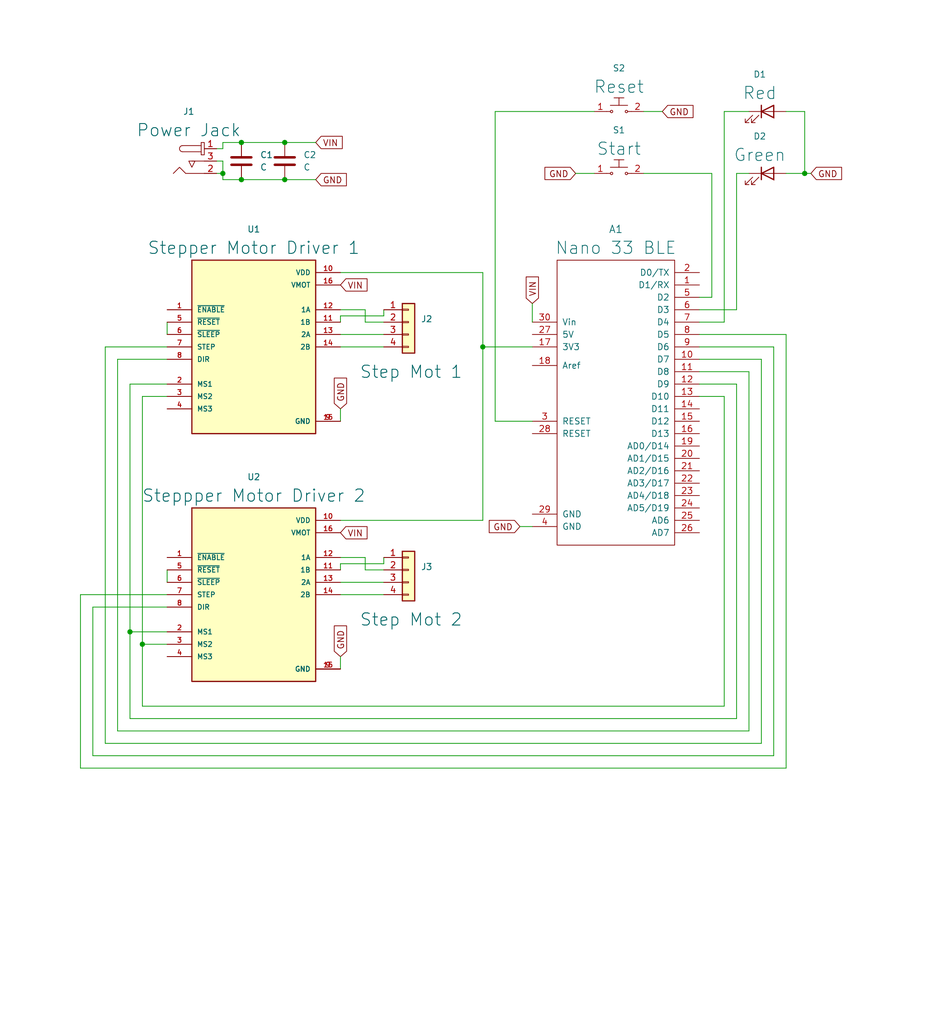
<source format=kicad_sch>
(kicad_sch (version 20211123) (generator eeschema)
  (paper "User" 189.992 210.007)
  (title_block (title "Segway Robot Motherboard") (date "2023-06-28"))
  (lib_symbols
    (symbol "A4988_STEPPER_MOTOR_DRIVER_CARRIER:A4988_STEPPER_MOTOR_DRIVER_CARRIER" (pin_names (offset 1.016))
      (property "Reference" "U" (at -12.7 19.05 0))
      (property "Value" "A4988_STEPPER_MOTOR_DRIVER_CARRIER" (at -12.7 -21.59 0))
      (symbol "A4988_STEPPER_MOTOR_DRIVER_CARRIER_0_0"
        (rectangle (start -12.7 -17.78) (end 12.7 17.78) (stroke (width 0.254)) (fill (type background)))
        (pin input line (at -17.78 7.62 0) (length 5.08) (name "~{ENABLE}") (number "1"))
        (pin power_in line (at 17.78 15.24 180) (length 5.08) (name "VDD") (number "10"))
        (pin output line (at 17.78 5.08 180) (length 5.08) (name "1B") (number "11"))
        (pin output line (at 17.78 7.62 180) (length 5.08) (name "1A") (number "12"))
        (pin output line (at 17.78 2.54 180) (length 5.08) (name "2A") (number "13"))
        (pin output line (at 17.78 0 180) (length 5.08) (name "2B") (number "14"))
        (pin power_in line (at 17.78 -15.24 180) (length 5.08) (name "GND") (number "15"))
        (pin power_in line (at 17.78 12.7 180) (length 5.08) (name "VMOT") (number "16"))
        (pin input line (at -17.78 -7.62 0) (length 5.08) (name "MS1") (number "2"))
        (pin input line (at -17.78 -10.16 0) (length 5.08) (name "MS2") (number "3"))
        (pin input line (at -17.78 -12.7 0) (length 5.08) (name "MS3") (number "4"))
        (pin input line (at -17.78 5.08 0) (length 5.08) (name "~{RESET}") (number "5"))
        (pin input line (at -17.78 2.54 0) (length 5.08) (name "~{SLEEP}") (number "6"))
        (pin input line (at -17.78 0 0) (length 5.08) (name "STEP") (number "7"))
        (pin input line (at -17.78 -2.54 0) (length 5.08) (name "DIR") (number "8"))
        (pin power_in line (at 17.78 -15.24 180) (length 5.08) (name "GND") (number "9"))
      )
    )
    (symbol "Connector_Generic:Conn_01x04" (pin_names (offset 1.016) hide)
      (property "Reference" "J" (at 0 5.08 0))
      (property "Value" "Conn_01x04" (at 0 -7.62 0))
      (symbol "Conn_01x04_1_1"
        (rectangle (start -1.27 -4.953) (end 0 -5.207) (stroke (width 0.1524)))
        (rectangle (start -1.27 -2.413) (end 0 -2.667) (stroke (width 0.1524)))
        (rectangle (start -1.27 0.127) (end 0 -0.127) (stroke (width 0.1524)))
        (rectangle (start -1.27 2.667) (end 0 2.413) (stroke (width 0.1524)))
        (rectangle (start -1.27 3.81) (end 1.27 -6.35) (stroke (width 0.254)) (fill (type background)))
        (pin passive line (at -5.08 2.54 0) (length 3.81) (name "Pin_1") (number "1"))
        (pin passive line (at -5.08 0 0) (length 3.81) (name "Pin_2") (number "2"))
        (pin passive line (at -5.08 -2.54 0) (length 3.81) (name "Pin_3") (number "3"))
        (pin passive line (at -5.08 -5.08 0) (length 3.81) (name "Pin_4") (number "4"))
      )
    )
    (symbol "Device:C" (pin_numbers hide) (pin_names (offset 0.254))
      (property "Reference" "C" (at 0.635 2.54 0))
      (property "Value" "C" (at 0.635 -2.54 0))
      (symbol "C_0_1"
        (polyline (pts (xy -2.032 -0.762) (xy 2.032 -0.762)) (stroke (width 0.508)))
        (polyline (pts (xy -2.032 0.762) (xy 2.032 0.762)) (stroke (width 0.508)))
      )
      (symbol "C_1_1"
        (pin passive line (at 0 3.81 270) (length 2.794) (name "~") (number "1"))
        (pin passive line (at 0 -3.81 90) (length 2.794) (name "~") (number "2"))
      )
    )
    (symbol "Device:LED" (pin_numbers hide) (pin_names (offset 1.016) hide)
      (property "Reference" "D" (at 0 2.54 0))
      (property "Value" "LED" (at 0 -2.54 0))
      (symbol "LED_0_1"
        (polyline (pts (xy -1.27 -1.27) (xy -1.27 1.27)) (stroke (width 0.254)))
        (polyline (pts (xy -1.27 0) (xy 1.27 0)))
        (polyline (pts (xy 1.27 -1.27) (xy 1.27 1.27) (xy -1.27 0) (xy 1.27 -1.27)) (stroke (width 0.254)))
        (polyline (pts (xy -3.048 -0.762) (xy -4.572 -2.286) (xy -3.81 -2.286) (xy -4.572 -2.286) (xy -4.572 -1.524)))
        (polyline (pts (xy -1.778 -0.762) (xy -3.302 -2.286) (xy -2.54 -2.286) (xy -3.302 -2.286) (xy -3.302 -1.524)))
      )
      (symbol "LED_1_1"
        (pin passive line (at -3.81 0 0) (length 2.54) (name "K") (number "1"))
        (pin passive line (at 3.81 0 180) (length 2.54) (name "A") (number "2"))
      )
    )
    (symbol "arduino_nano:Arduino_Nano" (pin_names (offset 1.016))
      (property "Reference" "A" (at 0 0 0))
      (property "Value" "Arduino_Nano" (at 0 3.81 0))
      (symbol "Arduino_Nano_0_1"
        (rectangle (start 12.7 29.21) (end -11.43 -29.21))
      )
      (symbol "Arduino_Nano_1_1"
        (pin bidirectional line (at 17.78 24.13 180) (length 5.08) (name "D1/RX") (number "1"))
        (pin bidirectional line (at 17.78 8.89 180) (length 5.08) (name "D7") (number "10"))
        (pin bidirectional line (at 17.78 6.35 180) (length 5.08) (name "D8") (number "11"))
        (pin bidirectional line (at 17.78 3.81 180) (length 5.08) (name "D9") (number "12"))
        (pin bidirectional line (at 17.78 1.27 180) (length 5.08) (name "D10") (number "13"))
        (pin bidirectional line (at 17.78 -1.27 180) (length 5.08) (name "D11") (number "14"))
        (pin bidirectional line (at 17.78 -3.81 180) (length 5.08) (name "D12") (number "15"))
        (pin bidirectional line (at 17.78 -6.35 180) (length 5.08) (name "D13") (number "16"))
        (pin power_in line (at -16.51 11.43 0) (length 5.08) (name "3V3") (number "17"))
        (pin passive line (at -16.51 7.62 0) (length 5.08) (name "Aref") (number "18"))
        (pin bidirectional line (at 17.78 -8.89 180) (length 5.08) (name "AD0/D14") (number "19"))
        (pin bidirectional line (at 17.78 26.67 180) (length 5.08) (name "D0/TX") (number "2"))
        (pin bidirectional line (at 17.78 -11.43 180) (length 5.08) (name "AD1/D15") (number "20"))
        (pin bidirectional line (at 17.78 -13.97 180) (length 5.08) (name "AD2/D16") (number "21"))
        (pin bidirectional line (at 17.78 -16.51 180) (length 5.08) (name "AD3/D17") (number "22"))
        (pin bidirectional line (at 17.78 -19.05 180) (length 5.08) (name "AD4/D18") (number "23"))
        (pin bidirectional line (at 17.78 -21.59 180) (length 5.08) (name "AD5/D19") (number "24"))
        (pin input line (at 17.78 -24.13 180) (length 5.08) (name "AD6") (number "25"))
        (pin input line (at 17.78 -26.67 180) (length 5.08) (name "AD7") (number "26"))
        (pin power_out line (at -16.51 13.97 0) (length 5.08) (name "5V") (number "27"))
        (pin input line (at -16.51 -6.35 0) (length 5.08) (name "RESET") (number "28"))
        (pin power_in line (at -16.51 -22.86 0) (length 5.08) (name "GND") (number "29"))
        (pin input line (at -16.51 -3.81 0) (length 5.08) (name "RESET") (number "3"))
        (pin power_in line (at -16.51 16.51 0) (length 5.08) (name "Vin") (number "30"))
        (pin power_in line (at -16.51 -25.4 0) (length 5.08) (name "GND") (number "4"))
        (pin bidirectional line (at 17.78 21.59 180) (length 5.08) (name "D2") (number "5"))
        (pin bidirectional line (at 17.78 19.05 180) (length 5.08) (name "D3") (number "6"))
        (pin bidirectional line (at 17.78 16.51 180) (length 5.08) (name "D4") (number "7"))
        (pin bidirectional line (at 17.78 13.97 180) (length 5.08) (name "D5") (number "8"))
        (pin bidirectional line (at 17.78 11.43 180) (length 5.08) (name "D6") (number "9"))
      )
    )
    (symbol "dk_Barrel-Power-Connectors:PJ-202A" (pin_names (offset 1.016))
      (property "Reference" "J" (at 0 2.54 0))
      (property "Value" "PJ-202A" (at 0 -6.35 0))
      (symbol "PJ-202A_1_1"
        (arc (start -4.445 0.635) (mid -5.08 0) (end -4.445 -0.635))
        (rectangle (start -0.635 1.27) (end 0 -1.27))
        (polyline (pts (xy -0.635 -0.635) (xy -4.445 -0.635)))
        (polyline (pts (xy -0.635 0.635) (xy -4.445 0.635)))
        (polyline (pts (xy 0 -2.54) (xy -1.27 -2.54) (xy -2.54 -2.54)))
        (polyline (pts (xy 0 -5.08) (xy -3.81 -5.08) (xy -5.08 -3.81) (xy -6.35 -5.08)))
        (polyline (pts (xy -2.54 -2.54) (xy -3.175 -2.54) (xy -2.54 -3.81) (xy -1.905 -2.54) (xy -2.54 -2.54)))
        (pin passive line (at 2.54 0 180) (length 2.54) (name "~") (number "1"))
        (pin passive line (at 2.54 -5.08 180) (length 2.54) (name "~") (number "2"))
        (pin passive line (at 2.54 -2.54 180) (length 2.54) (name "~") (number "3"))
      )
    )
    (symbol "dk_Pushbutton-Switches:GPTS203211B" (pin_names (offset 1.016))
      (property "Reference" "S" (at -3.81 3.81 0))
      (property "Value" "GPTS203211B" (at 0 -2.54 0))
      (symbol "GPTS203211B_0_1"
        (circle (center -1.524 0) (radius 0.254))
        (polyline (pts (xy -2.54 0) (xy -1.778 0)))
        (polyline (pts (xy -1.778 1.27) (xy 1.778 1.27)))
        (polyline (pts (xy -1.016 2.794) (xy 1.016 2.794)))
        (polyline (pts (xy 0 1.27) (xy 0 2.794)))
        (polyline (pts (xy 2.54 0) (xy 1.778 0)))
        (circle (center 1.524 0) (radius 0.254))
      )
      (symbol "GPTS203211B_1_1"
        (pin passive line (at -5.08 0 0) (length 2.54) (name "~") (number "1"))
        (pin passive line (at 5.08 0 180) (length 2.54) (name "~") (number "2"))
      )
    )
  )
  (junction (at 45.72 35.56))
  (junction (at 49.53 29.21))
  (junction (at 49.53 36.83))
  (junction (at 58.42 36.83))
  (junction (at 26.67 129.54))
  (junction (at 58.42 29.21))
  (junction (at 165.1 35.56))
  (junction (at 29.21 132.08))
  (junction (at 99.06 71.12))
  (wire (pts (xy 99.06 71.12) (xy 99.06 106.68)))
  (wire (pts (xy 34.29 129.54) (xy 26.67 129.54)))
  (wire (pts (xy 78.74 114.3) (xy 78.74 115.57)))
  (wire (pts (xy 161.29 68.58) (xy 143.51 68.58)))
  (wire (pts (xy 69.85 134.62) (xy 69.85 137.16)))
  (wire (pts (xy 69.85 115.57) (xy 78.74 115.57)))
  (wire (pts (xy 26.67 129.54) (xy 26.67 147.32)))
  (wire (pts (xy 34.29 66.04) (xy 34.29 68.58)))
  (wire (pts (xy 44.45 35.56) (xy 45.72 35.56)))
  (wire (pts (xy 44.45 33.02) (xy 45.72 33.02)))
  (wire (pts (xy 165.1 35.56) (xy 166.37 35.56)))
  (wire (pts (xy 21.59 71.12) (xy 21.59 152.4)))
  (wire (pts (xy 45.72 35.56) (xy 45.72 36.83)))
  (wire (pts (xy 34.29 78.74) (xy 26.67 78.74)))
  (wire (pts (xy 26.67 147.32) (xy 151.13 147.32)))
  (wire (pts (xy 151.13 63.5) (xy 143.51 63.5)))
  (wire (pts (xy 148.59 144.78) (xy 148.59 81.28)))
  (wire (pts (xy 58.42 36.83) (xy 64.77 36.83)))
  (wire (pts (xy 19.05 154.94) (xy 158.75 154.94)))
  (wire (pts (xy 99.06 55.88) (xy 99.06 71.12)))
  (wire (pts (xy 69.85 114.3) (xy 74.93 114.3)))
  (wire (pts (xy 34.29 81.28) (xy 29.21 81.28)))
  (wire (pts (xy 161.29 22.86) (xy 165.1 22.86)))
  (wire (pts (xy 69.85 68.58) (xy 78.74 68.58)))
  (wire (pts (xy 44.45 30.48) (xy 45.72 30.48)))
  (wire (pts (xy 69.85 66.04) (xy 69.85 64.77)))
  (wire (pts (xy 151.13 35.56) (xy 153.67 35.56)))
  (wire (pts (xy 118.11 35.56) (xy 121.92 35.56)))
  (wire (pts (xy 151.13 147.32) (xy 151.13 78.74)))
  (wire (pts (xy 34.29 124.46) (xy 19.05 124.46)))
  (wire (pts (xy 158.75 154.94) (xy 158.75 71.12)))
  (wire (pts (xy 69.85 106.68) (xy 99.06 106.68)))
  (wire (pts (xy 16.51 157.48) (xy 161.29 157.48)))
  (wire (pts (xy 101.6 86.36) (xy 101.6 22.86)))
  (wire (pts (xy 34.29 73.66) (xy 24.13 73.66)))
  (wire (pts (xy 151.13 78.74) (xy 143.51 78.74)))
  (wire (pts (xy 161.29 35.56) (xy 165.1 35.56)))
  (wire (pts (xy 148.59 81.28) (xy 143.51 81.28)))
  (wire (pts (xy 26.67 78.74) (xy 26.67 129.54)))
  (wire (pts (xy 161.29 157.48) (xy 161.29 68.58)))
  (wire (pts (xy 58.42 29.21) (xy 64.77 29.21)))
  (wire (pts (xy 69.85 116.84) (xy 69.85 115.57)))
  (wire (pts (xy 156.21 152.4) (xy 156.21 73.66)))
  (wire (pts (xy 148.59 22.86) (xy 148.59 66.04)))
  (wire (pts (xy 101.6 22.86) (xy 121.92 22.86)))
  (wire (pts (xy 109.22 62.23) (xy 109.22 66.04)))
  (wire (pts (xy 24.13 149.86) (xy 153.67 149.86)))
  (wire (pts (xy 151.13 35.56) (xy 151.13 63.5)))
  (wire (pts (xy 45.72 33.02) (xy 45.72 35.56)))
  (wire (pts (xy 69.85 83.82) (xy 69.85 86.36)))
  (wire (pts (xy 34.29 132.08) (xy 29.21 132.08)))
  (wire (pts (xy 148.59 22.86) (xy 153.67 22.86)))
  (wire (pts (xy 74.93 114.3) (xy 74.93 116.84)))
  (wire (pts (xy 153.67 149.86) (xy 153.67 76.2)))
  (wire (pts (xy 69.85 71.12) (xy 78.74 71.12)))
  (wire (pts (xy 99.06 71.12) (xy 109.22 71.12)))
  (wire (pts (xy 74.93 66.04) (xy 78.74 66.04)))
  (wire (pts (xy 45.72 36.83) (xy 49.53 36.83)))
  (wire (pts (xy 29.21 144.78) (xy 148.59 144.78)))
  (wire (pts (xy 146.05 60.96) (xy 146.05 35.56)))
  (wire (pts (xy 153.67 76.2) (xy 143.51 76.2)))
  (wire (pts (xy 49.53 29.21) (xy 58.42 29.21)))
  (wire (pts (xy 34.29 116.84) (xy 34.29 119.38)))
  (wire (pts (xy 69.85 63.5) (xy 74.93 63.5)))
  (wire (pts (xy 99.06 55.88) (xy 69.85 55.88)))
  (wire (pts (xy 78.74 64.77) (xy 78.74 63.5)))
  (wire (pts (xy 106.68 107.95) (xy 109.22 107.95)))
  (wire (pts (xy 21.59 152.4) (xy 156.21 152.4)))
  (wire (pts (xy 45.72 29.21) (xy 49.53 29.21)))
  (wire (pts (xy 69.85 119.38) (xy 78.74 119.38)))
  (wire (pts (xy 34.29 71.12) (xy 21.59 71.12)))
  (wire (pts (xy 146.05 35.56) (xy 132.08 35.56)))
  (wire (pts (xy 19.05 124.46) (xy 19.05 154.94)))
  (wire (pts (xy 16.51 121.92) (xy 16.51 157.48)))
  (wire (pts (xy 24.13 73.66) (xy 24.13 149.86)))
  (wire (pts (xy 148.59 66.04) (xy 143.51 66.04)))
  (wire (pts (xy 45.72 30.48) (xy 45.72 29.21)))
  (wire (pts (xy 158.75 71.12) (xy 143.51 71.12)))
  (wire (pts (xy 74.93 63.5) (xy 74.93 66.04)))
  (wire (pts (xy 29.21 132.08) (xy 29.21 144.78)))
  (wire (pts (xy 156.21 73.66) (xy 143.51 73.66)))
  (wire (pts (xy 49.53 36.83) (xy 58.42 36.83)))
  (wire (pts (xy 34.29 121.92) (xy 16.51 121.92)))
  (wire (pts (xy 69.85 64.77) (xy 78.74 64.77)))
  (wire (pts (xy 69.85 121.92) (xy 78.74 121.92)))
  (wire (pts (xy 132.08 22.86) (xy 135.89 22.86)))
  (wire (pts (xy 165.1 22.86) (xy 165.1 35.56)))
  (wire (pts (xy 101.6 86.36) (xy 109.22 86.36)))
  (wire (pts (xy 143.51 60.96) (xy 146.05 60.96)))
  (wire (pts (xy 29.21 81.28) (xy 29.21 132.08)))
  (wire (pts (xy 74.93 116.84) (xy 78.74 116.84)))
  (global_label "VIN" (shape input) (at 69.85 58.42 0) (property "Intersheet References" "${INTERSHEET_REFS}" (effects hide)))
  (global_label "GND" (shape input) (at 106.68 107.95 180) (property "Intersheet References" "${INTERSHEET_REFS}" (effects hide)))
  (global_label "GND" (shape input) (at 135.89 22.86 0) (property "Intersheet References" "${INTERSHEET_REFS}" (effects hide)))
  (global_label "GND" (shape input) (at 69.85 134.62 90) (property "Intersheet References" "${INTERSHEET_REFS}" (effects hide)))
  (global_label "GND" (shape input) (at 118.11 35.56 180) (property "Intersheet References" "${INTERSHEET_REFS}" (effects hide)))
  (global_label "GND" (shape input) (at 166.37 35.56 0) (property "Intersheet References" "${INTERSHEET_REFS}" (effects hide)))
  (global_label "VIN" (shape input) (at 69.85 109.22 0) (property "Intersheet References" "${INTERSHEET_REFS}" (effects hide)))
  (global_label "VIN" (shape input) (at 64.77 29.21 0) (property "Intersheet References" "${INTERSHEET_REFS}" (effects hide)))
  (global_label "GND" (shape input) (at 69.85 83.82 90) (property "Intersheet References" "${INTERSHEET_REFS}" (effects hide)))
  (global_label "VIN" (shape input) (at 109.22 62.23 90) (property "Intersheet References" "${INTERSHEET_REFS}" (effects hide)))
  (global_label "GND" (shape input) (at 64.77 36.83 0) (property "Intersheet References" "${INTERSHEET_REFS}" (effects hide)))
  (symbol (lib_id "Device:C") (at 49.53 33.02 0) (unit 1)
    (property "Reference" "C1" (at 53.34 31.7499 0) (effects (justify left)))
    (property "Value" "C" (at 53.34 34.2899 0) (effects (justify left)))
    (property "Footprint" "Capacitor_THT:C_Radial_D5.0mm_H11.0mm_P2.00mm" (effects hide))
  )
  (symbol (lib_id "A4988_STEPPER_MOTOR_DRIVER_CARRIER:A4988_STEPPER_MOTOR_DRIVER_CARRIER") (at 52.07 71.12 0) (unit 1)
    (property "Reference" "U1" (at 52.07 46.99 0))
    (property "Value" "Stepper Motor Driver 1" (at 52.07 50.8 0) (effects (font (size 2.5 2.5))))
    (property "Footprint" "Stepper Motor:MODULE_A4988_STEPPER_MOTOR_DRIVER_CARRIER" (effects hide))
    (property "PRICE" "None" (effects hide))
    (property "AVAILABILITY" "Unavailable" (effects hide))
    (property "PACKAGE" "None" (effects hide))
    (property "MP" "A4988 STEPPER MOTOR DRIVER CARRIER" (effects hide))
    (property "DESCRIPTION" "Stepper motor controler; IC: A4988; 1A; Uin mot: 8÷35V" (effects hide))
    (property "MF" "Pololu" (effects hide))
  )
  (symbol (lib_id "dk_Barrel-Power-Connectors:PJ-202A") (at 41.91 30.48 0) (unit 1)
    (property "Reference" "J1" (at 38.735 22.86 0))
    (property "Value" "Power Jack" (at 38.735 26.67 0) (effects (font (size 2.5 2.5))))
    (property "Footprint" "digikey-footprints:Barrel_Jack_5.5mmODx2.1mmID_PJ-202A" (effects hide))
    (property "Datasheet" "https://www.cui.com/product/resource/digikeypdf/pj-202a.pdf" (effects hide))
    (property "Digi-Key_PN" "CP-202A-ND" (effects hide))
    (property "MPN" "PJ-202A" (effects hide))
    (property "Category" "Connectors, Interconnects" (effects hide))
    (property "Family" "Barrel - Power Connectors" (effects hide))
    (property "DK_Datasheet_Link" "https://www.cui.com/product/resource/digikeypdf/pj-202a.pdf" (effects hide))
    (property "DK_Detail_Page" "/product-detail/en/cui-inc/PJ-202A/CP-202A-ND/252007" (effects hide))
    (property "Description" "CONN PWR JACK 2X5.5MM KINKED PIN" (effects hide))
    (property "Manufacturer" "CUI Inc." (effects hide))
    (property "Status" "Active" (effects hide))
  )
  (symbol (lib_id "arduino_nano:Arduino_Nano") (at 125.73 82.55 0) (unit 1)
    (property "Reference" "A1" (at 126.365 46.99 0) (effects (font (size 1.524 1.524))))
    (property "Value" "Nano 33 BLE" (at 126.365 50.8 0) (effects (font (size 2.5 2.5))))
    (property "Footprint" "Arduino Nano:arduino_nano" (effects hide))
  )
  (symbol (lib_id "Device:LED") (at 157.48 22.86 0) (unit 1)
    (property "Reference" "D1" (at 155.8925 15.24 0))
    (property "Value" "Red" (at 155.8925 19.05 0) (effects (font (size 2.5 2.5))))
    (property "Footprint" "LED_THT:LED_D3.0mm" (effects hide))
  )
  (symbol (lib_id "Connector_Generic:Conn_01x04") (at 83.82 66.04 0) (unit 1)
    (property "Reference" "J2" (at 86.36 65.4049 0) (effects (justify left)))
    (property "Value" "Step Mot 1" (at 73.66 76.2 0) (effects (font (size 2.5 2.5)) (justify left)))
    (property "Footprint" "Connector_PinHeader_2.54mm:PinHeader_1x04_P2.54mm_Vertical" (effects hide))
  )
  (symbol (lib_id "Connector_Generic:Conn_01x04") (at 83.82 116.84 0) (unit 1)
    (property "Reference" "J3" (at 86.36 116.2049 0) (effects (justify left)))
    (property "Value" "Step Mot 2" (at 73.66 127 0) (effects (font (size 2.5 2.5)) (justify left)))
    (property "Footprint" "Connector_PinHeader_2.54mm:PinHeader_1x04_P2.54mm_Vertical" (effects hide))
  )
  (symbol (lib_id "dk_Pushbutton-Switches:GPTS203211B") (at 127 35.56 0) (unit 1)
    (property "Reference" "S1" (at 127 26.67 0))
    (property "Value" "Start" (at 127 30.48 0) (effects (font (size 2.5 2.5))))
    (property "Footprint" "Button_Switch_THT:SW_PUSH_6mm" (effects hide))
    (property "Datasheet" "http://switches-connectors-custom.cwind.com/Asset/GPTS203211BR2.pdf" (effects hide))
    (property "Digi-Key_PN" "CW181-ND" (effects hide))
    (property "MPN" "GPTS203211B" (effects hide))
    (property "Category" "Switches" (effects hide))
    (property "Family" "Pushbutton Switches" (effects hide))
    (property "DK_Datasheet_Link" "http://switches-connectors-custom.cwind.com/Asset/GPTS203211BR2.pdf" (effects hide))
    (property "DK_Detail_Page" "/product-detail/en/cw-industries/GPTS203211B/CW181-ND/3190590" (effects hide))
    (property "Description" "SWITCH PUSHBUTTON SPST 1A 30V" (effects hide))
    (property "Manufacturer" "CW Industries" (effects hide))
    (property "Status" "Active" (effects hide))
  )
  (symbol (lib_id "Device:C") (at 58.42 33.02 0) (unit 1)
    (property "Reference" "C2" (at 62.23 31.7499 0) (effects (justify left)))
    (property "Value" "C" (at 62.23 34.2899 0) (effects (justify left)))
    (property "Footprint" "Capacitor_THT:C_Radial_D5.0mm_H11.0mm_P2.00mm" (effects hide))
  )
  (symbol (lib_id "A4988_STEPPER_MOTOR_DRIVER_CARRIER:A4988_STEPPER_MOTOR_DRIVER_CARRIER") (at 52.07 121.92 0) (unit 1)
    (property "Reference" "U2" (at 52.07 97.79 0))
    (property "Value" "Steppper Motor Driver 2" (at 52.07 101.6 0) (effects (font (size 2.5 2.5))))
    (property "Footprint" "Stepper Motor:MODULE_A4988_STEPPER_MOTOR_DRIVER_CARRIER" (effects hide))
    (property "PRICE" "None" (effects hide))
    (property "AVAILABILITY" "Unavailable" (effects hide))
    (property "PACKAGE" "None" (effects hide))
    (property "MP" "A4988 STEPPER MOTOR DRIVER CARRIER" (effects hide))
    (property "DESCRIPTION" "Stepper motor controler; IC: A4988; 1A; Uin mot: 8÷35V" (effects hide))
    (property "MF" "Pololu" (effects hide))
  )
  (symbol (lib_id "Device:LED") (at 157.48 35.56 0) (unit 1)
    (property "Reference" "D2" (at 155.8925 27.94 0))
    (property "Value" "Green" (at 155.8925 31.75 0) (effects (font (size 2.5 2.5))))
    (property "Footprint" "LED_THT:LED_D3.0mm" (effects hide))
  )
  (symbol (lib_id "dk_Pushbutton-Switches:GPTS203211B") (at 127 22.86 0) (unit 1)
    (property "Reference" "S2" (at 127 13.97 0))
    (property "Value" "Reset" (at 127 17.78 0) (effects (font (size 2.5 2.5))))
    (property "Footprint" "Button_Switch_THT:SW_PUSH_6mm" (effects hide))
    (property "Datasheet" "http://switches-connectors-custom.cwind.com/Asset/GPTS203211BR2.pdf" (effects hide))
    (property "Digi-Key_PN" "CW181-ND" (effects hide))
    (property "MPN" "GPTS203211B" (effects hide))
    (property "Category" "Switches" (effects hide))
    (property "Family" "Pushbutton Switches" (effects hide))
    (property "DK_Datasheet_Link" "http://switches-connectors-custom.cwind.com/Asset/GPTS203211BR2.pdf" (effects hide))
    (property "DK_Detail_Page" "/product-detail/en/cw-industries/GPTS203211B/CW181-ND/3190590" (effects hide))
    (property "Description" "SWITCH PUSHBUTTON SPST 1A 30V" (effects hide))
    (property "Manufacturer" "CW Industries" (effects hide))
    (property "Status" "Active" (effects hide))
  )
)
</source>
